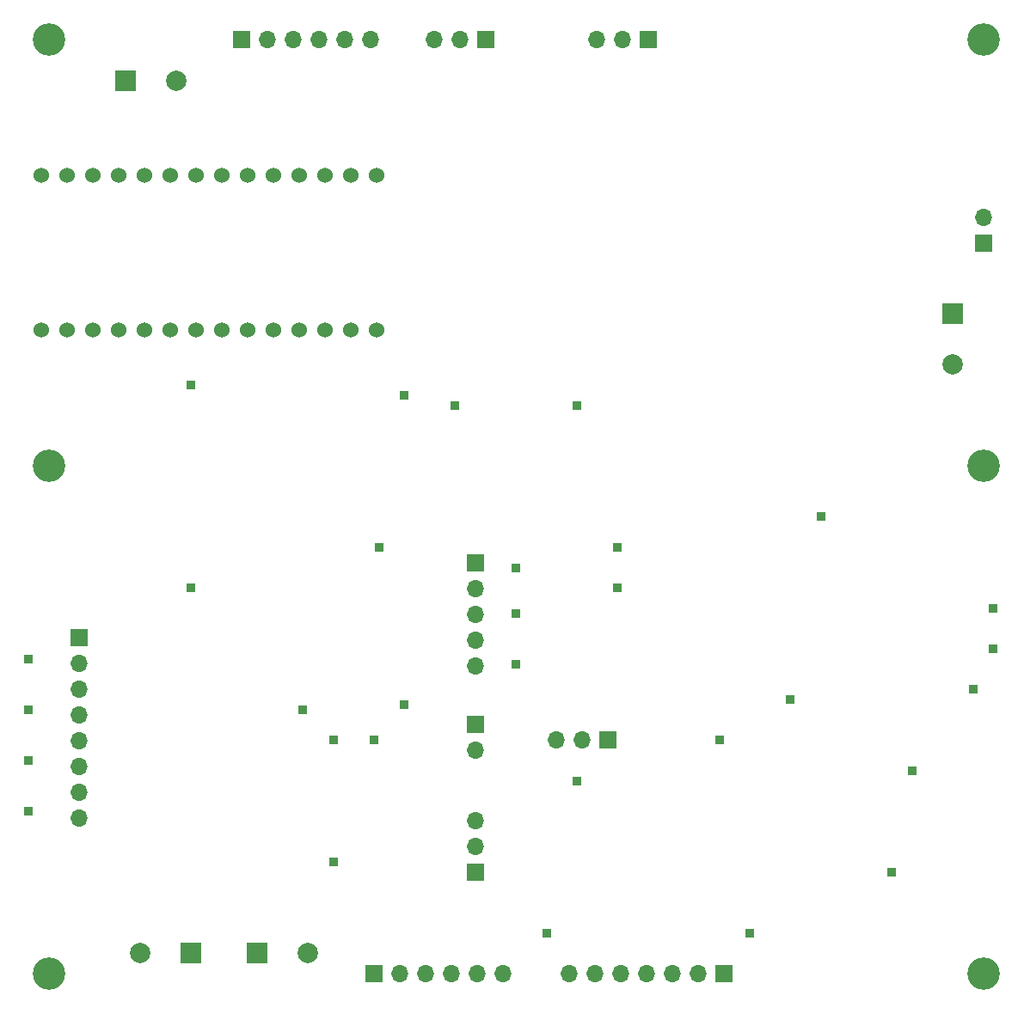
<source format=gbs>
G04 #@! TF.GenerationSoftware,KiCad,Pcbnew,5.1.5+dfsg1-2build2*
G04 #@! TF.CreationDate,2020-07-09T14:01:37-04:00*
G04 #@! TF.ProjectId,processing,70726f63-6573-4736-996e-672e6b696361,rev?*
G04 #@! TF.SameCoordinates,Original*
G04 #@! TF.FileFunction,Soldermask,Bot*
G04 #@! TF.FilePolarity,Negative*
%FSLAX46Y46*%
G04 Gerber Fmt 4.6, Leading zero omitted, Abs format (unit mm)*
G04 Created by KiCad (PCBNEW 5.1.5+dfsg1-2build2) date 2020-07-09 14:01:37*
%MOMM*%
%LPD*%
G04 APERTURE LIST*
%ADD10C,1.524000*%
%ADD11C,3.200000*%
%ADD12R,0.850000X0.850000*%
%ADD13O,1.700000X1.700000*%
%ADD14R,1.700000X1.700000*%
%ADD15C,2.000000*%
%ADD16R,2.000000X2.000000*%
G04 APERTURE END LIST*
D10*
X23220000Y-37380000D03*
X25760000Y-37380000D03*
X28300000Y-37380000D03*
X30840000Y-37380000D03*
X33380000Y-37380000D03*
X35920000Y-37380000D03*
X38460000Y-37380000D03*
X41000000Y-37380000D03*
X43540000Y-37380000D03*
X46080000Y-37380000D03*
X48620000Y-37380000D03*
X51160000Y-37380000D03*
X53700000Y-37380000D03*
X56240000Y-37380000D03*
X56240000Y-52620000D03*
X53700000Y-52620000D03*
X51160000Y-52620000D03*
X48620000Y-52620000D03*
X46080000Y-52620000D03*
X43540000Y-52620000D03*
X41000000Y-52620000D03*
X38460000Y-52620000D03*
X35920000Y-52620000D03*
X33380000Y-52620000D03*
X30840000Y-52620000D03*
X28300000Y-52620000D03*
X25760000Y-52620000D03*
X23220000Y-52620000D03*
D11*
X24000000Y-66000000D03*
X116000000Y-66000000D03*
X116000000Y-24000000D03*
X24000000Y-116000000D03*
X116000000Y-116000000D03*
X24000000Y-24000000D03*
D12*
X70000000Y-76000000D03*
D13*
X116000000Y-41460000D03*
D14*
X116000000Y-44000000D03*
D13*
X68700000Y-116000000D03*
X66160000Y-116000000D03*
X63620000Y-116000000D03*
X61080000Y-116000000D03*
X58540000Y-116000000D03*
D14*
X56000000Y-116000000D03*
D13*
X66000000Y-100920000D03*
X66000000Y-103460000D03*
D14*
X66000000Y-106000000D03*
D13*
X73920000Y-93000000D03*
X76460000Y-93000000D03*
D14*
X79000000Y-93000000D03*
D12*
X38000000Y-58000000D03*
X76000000Y-60000000D03*
X64000000Y-60000000D03*
X59000000Y-59000000D03*
X100000000Y-71000000D03*
X117000000Y-80000000D03*
X117000000Y-84000000D03*
X97000000Y-89000000D03*
X109000000Y-96000000D03*
X115000000Y-88000000D03*
X107000000Y-106000000D03*
X80000000Y-74000000D03*
X80000000Y-78000000D03*
X73000000Y-112000000D03*
X56000000Y-93000000D03*
X93000000Y-112000000D03*
X56500000Y-74000000D03*
X90000000Y-93000000D03*
X76000000Y-97000000D03*
X70000000Y-80500000D03*
X59000000Y-89500000D03*
X52000000Y-105000000D03*
X22000000Y-95000000D03*
X70000000Y-85500000D03*
X22000000Y-90000000D03*
X52000000Y-93000000D03*
X38000000Y-78000000D03*
X22000000Y-100000000D03*
X22000000Y-85000000D03*
X49000000Y-90000000D03*
D13*
X66000000Y-85660000D03*
X66000000Y-83120000D03*
X66000000Y-80580000D03*
X66000000Y-78040000D03*
D14*
X66000000Y-75500000D03*
D13*
X77920000Y-24000000D03*
X80460000Y-24000000D03*
D14*
X83000000Y-24000000D03*
D13*
X75260000Y-116000000D03*
X77800000Y-116000000D03*
X80340000Y-116000000D03*
X82880000Y-116000000D03*
X85420000Y-116000000D03*
X87960000Y-116000000D03*
D14*
X90500000Y-116000000D03*
D13*
X27000000Y-100700000D03*
X27000000Y-98160000D03*
X27000000Y-95620000D03*
X27000000Y-93080000D03*
X27000000Y-90540000D03*
X27000000Y-88000000D03*
X27000000Y-85460000D03*
D14*
X27000000Y-82920000D03*
D13*
X61920000Y-24000000D03*
X64460000Y-24000000D03*
D14*
X67000000Y-24000000D03*
D13*
X66000000Y-94000000D03*
D14*
X66000000Y-91460000D03*
D13*
X55700000Y-24000000D03*
X53160000Y-24000000D03*
X50620000Y-24000000D03*
X48080000Y-24000000D03*
X45540000Y-24000000D03*
D14*
X43000000Y-24000000D03*
D15*
X36500000Y-28000000D03*
D16*
X31500000Y-28000000D03*
D15*
X113000000Y-56000000D03*
D16*
X113000000Y-51000000D03*
D15*
X49500000Y-114000000D03*
D16*
X44500000Y-114000000D03*
D15*
X33000000Y-114000000D03*
D16*
X38000000Y-114000000D03*
M02*

</source>
